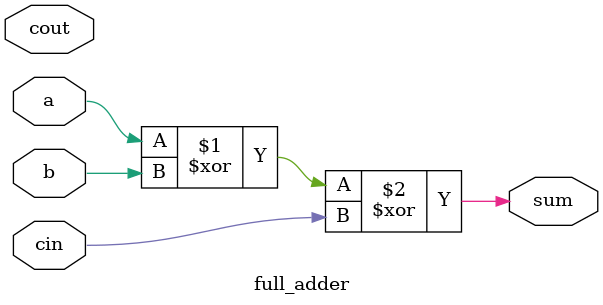
<source format=v>
`timescale 1ns / 1ps


module full_adder(
    
    input a, input b,
    input cin,
    output sum,
    input cout
    
    );
    wire c1,c2,c3;
    // sum = a xor b xor c
    xor#(50)(sum,a,b,cin); //#(50) is the gate delay
    // cout = a.b + cin.(a+b)
    and#(50) and1(c1,a,b);
    or#(50) or1(c2,a,b);
    and#(50) and2(c3,cin,c2);
    or#(50) or2(cout,c1,c3);
    
endmodule

</source>
